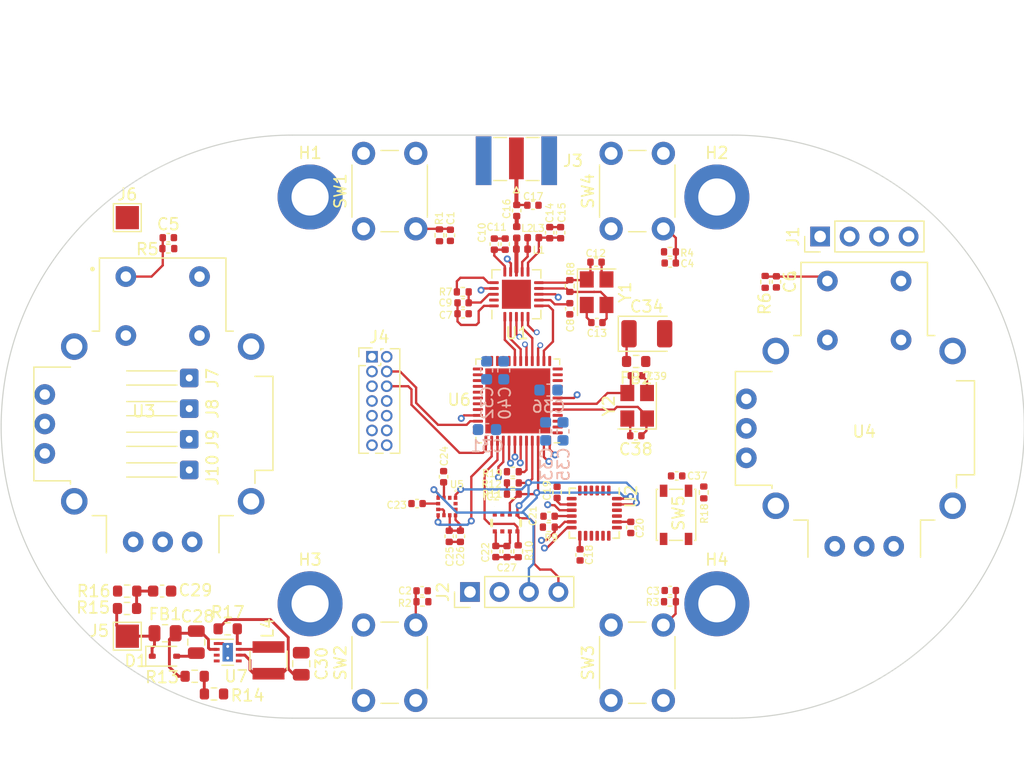
<source format=kicad_pcb>
(kicad_pcb (version 20221018) (generator pcbnew)
  (layers (0 "F.Cu" signal) (1 "In1.Cu" signal) (2 "In2.Cu" signal) (31 "B.Cu" signal) (34 "B.Paste" user) (35 "F.Paste" user) (36 "B.SilkS" user "B.Silkscreen") (37 "F.SilkS" user "F.Silkscreen") (38 "B.Mask" user) (39 "F.Mask" user) (44 "Edge.Cuts" user))
  (net 0 "")
  (net 1 "SW_1")
  (net 2 "SW_2")
  (net 3 "SW_3")
  (net 4 "SW_4")
  (net 5 "J_SW1")
  (net 6 "J_SW2")
  (net 7 "DPS_INT")
  (net 9 "Net-(U1-DVDD)")
  (net 14 "NRF_XC1")
  (net 15 "NRF_XC2")
  (net 16 "NRF_VDD_PA")
  (net 17 "Net-(C16-Pad1)")
  (net 18 "Net-(J3-In)")
  (net 19 "Net-(U2-CPOUT)")
  (net 20 "Net-(U2-REGOUT)")
  (net 21 "C1")
  (net 27 "NRF_ANT1")
  (net 30 "NRF_ANT2")
  (net 31 "Net-(U1-IREF)")
  (net 32 "X_1_AXIS")
  (net 37 "Y_1_AXIS")
  (net 38 "X_2_AXIS")
  (net 43 "Y_2_AXIS")
  (net 44 "FSYNC")
  (net 45 "NRF_CE")
  (net 46 "NRF_IRQ")
  (net 47 "AUX_DA")
  (net 48 "AUX_CL")
  (net 49 "MPU_INT")
  (net 50 "MPU_I2C_SCL")
  (net 51 "MPU_I2C_SDA")
  (net 53 "INT{slash}DRDY")
  (net 57 "Net-(U6-BOOT0)")
  (net 58 "Filter_V_IN")
  (net 59 "V_IN_Sense")
  (net 61 "V_IN")
  (net 62 "Net-(U7-SW)")
  (net 63 "EN")
  (net 64 "PG")
  (net 69 "STM_VDD")
  (net 70 "STM_VSS")
  (net 71 "VDDA")
  (net 72 "NRST")
  (net 73 "RCC_OSC_IN")
  (net 74 "RCC_OSC_OUT")
  (net 75 "USART2_TX")
  (net 76 "USART2_RX")
  (net 77 "Net-(U6-VCAP1)")
  (net 78 "SWDIO")
  (net 79 "SWCLK")
  (net 80 "USART1_RX")
  (net 81 "USART1_TX")
  (net 82 "Motor_1")
  (net 83 "Motor_2")
  (net 84 "Motor_3")
  (net 85 "Motor_4")
  (net 86 "NRF_!CS")
  (net 87 "NRF_SCK")
  (net 88 "NRF_MOSI")
  (net 89 "NRF_MISO")
  (footprint "TestPoint:TestPoint_Pad_2.0x2.0mm" (layer "F.Cu") (at 163.576 83.312)
    (fp_text reference "J6")
    (fp_text value "V-")
  )
  (footprint "Connector_Wire:SolderWire-0.1sqmm_1x01_D0.4mm_OD1mm_Relief" (layer "F.Cu") (at 168.91 97.1296 -90)
    (fp_text reference "J7")
    (fp_text value "Conn_01x01_Pin")
  )
  (footprint "MountingHole:MountingHole_3.2mm_M3_DIN965_Pad" (layer "F.Cu") (at 179.324 81.534)
    (fp_text reference "H1")
    (fp_text value "MountingHole")
  )
  (footprint "Capacitor_SMD:C_0402_1005Metric" (layer "F.Cu") (at 195.199 85.5954 90)
    (fp_text reference "C10")
    (fp_text value "10nf")
  )
  (footprint "Capacitor_SMD:C_0402_1005Metric" (layer "F.Cu") (at 192.5092 91.5924 180)
    (fp_text reference "C7")
    (fp_text value "33nf")
  )
  (footprint "Resistor_SMD:R_0402_1005Metric" (layer "F.Cu") (at 196.7972 106.172)
    (fp_text reference "R12")
    (fp_text value "4.7k")
  )
  (footprint "Capacitor_SMD:C_0402_1005Metric" (layer "F.Cu") (at 219.5068 88.8452 -90)
    (fp_text reference "C6")
    (fp_text value "0.1uf")
  )
  (footprint "Capacitor_SMD:C_0805_2012Metric" (layer "F.Cu") (at 169.5196 119.888 -90)
    (fp_text reference "C28")
    (fp_text value "10uf")
  )
  (footprint "Resistor_SMD:R_0402_1005Metric" (layer "F.Cu") (at 218.5416 88.8472 90)
    (fp_text reference "R6")
    (fp_text value "3.3k")
  )
  (footprint "Resistor_SMD:R_0402_1005Metric" (layer "F.Cu") (at 210.3354 116.4082)
    (fp_text reference "R3")
    (fp_text value "3.3k")
  )
  (footprint "Resistor_SMD:R_0402_1005Metric" (layer "F.Cu") (at 192.4812 89.7128)
    (fp_text reference "R7")
    (fp_text value "22k")
  )
  (footprint "Resistor_SMD:R_0402_1005Metric" (layer "F.Cu") (at 213.2502 106.9926 90)
    (fp_text reference "R18")
    (fp_text value "10k")
  )
  (footprint "Button_Switch_THT:SW_PUSH_6mm_H4.3mm" (layer "F.Cu") (at 183.932 124.916 90)
    (fp_text reference "SW2")
    (fp_text value "SW_Push")
  )
  (footprint "Connector_Wire:SolderWire-0.1sqmm_1x01_D0.4mm_OD1mm_Relief" (layer "F.Cu") (at 168.91 105.0544 -90)
    (fp_text reference "J10")
    (fp_text value "Conn_01x01_Pin")
  )
  (footprint "Connector_Wire:SolderWire-0.1sqmm_1x01_D0.4mm_OD1mm_Relief" (layer "F.Cu") (at 168.91 102.4128 -90)
    (fp_text reference "J9")
    (fp_text value "Conn_01x01_Pin")
  )
  (footprint "Capacitor_SMD:C_0402_1005Metric" (layer "F.Cu") (at 200.6092 106.9848 90)
    (fp_text reference "C19")
    (fp_text value "100nf")
  )
  (footprint "Capacitor_SMD:C_0402_1005Metric" (layer "F.Cu") (at 192.278 110.772 -90)
    (fp_text reference "C26")
    (fp_text value "100nf")
  )
  (footprint "Capacitor_SMD:C_0402_1005Metric" (layer "F.Cu") (at 195.326 112.0856 -90)
    (fp_text reference "C22")
    (fp_text value "100nf")
  )
  (footprint "MountingHole:MountingHole_3.2mm_M3_DIN965_Pad" (layer "F.Cu") (at 214.376 116.586)
    (fp_text reference "H4")
    (fp_text value "MountingHole")
  )
  (footprint "Connector_PinHeader_2.54mm:PinHeader_1x04_P2.54mm_Vertical" (layer "F.Cu") (at 193.1008 115.57 90)
    (fp_text reference "J2")
    (fp_text value "Conn_01x04")
  )
  (footprint "Capacitor_SMD:C_0402_1005Metric" (layer "F.Cu") (at 200.914 84.61 -90)
    (fp_text reference "C15")
    (fp_text value "4.7p")
  )
  (footprint "Capacitor_Tantalum_SMD:CP_EIA-3528-21_Kemet-B" (layer "F.Cu") (at 208.3427 93.3196)
    (fp_text reference "C34")
    (fp_text value "1uf")
  )
  (footprint "Capacitor_SMD:C_0402_1005Metric" (layer "F.Cu") (at 199.9742 84.6074 -90)
    (fp_text reference "C14")
    (fp_text value "2.2nf")
  )
  (footprint "Capacitor_SMD:C_0402_1005Metric" (layer "F.Cu") (at 188.976 115.4684)
    (fp_text reference "C2")
    (fp_text value "0.1uf")
  )
  (footprint "Resistor_SMD:R_0603_1608Metric" (layer "F.Cu") (at 171.0436 124.3584)
    (fp_text reference "R14")
    (fp_text value "12k")
  )
  (footprint "Capacitor_SMD:C_0402_1005Metric" (layer "F.Cu") (at 192.5092 90.6526 180)
    (fp_text reference "C9")
    (fp_text value "10nf")
  )
  (footprint "Capacitor_SMD:C_0402_1005Metric" (layer "F.Cu") (at 188.5416 107.9526 180)
    (fp_text reference "C23")
    (fp_text value "220nf")
  )
  (footprint "Capacitor_SMD:C_0402_1005Metric" (layer "F.Cu") (at 196.1388 85.5954 90)
    (fp_text reference "C11")
    (fp_text value "10nf")
  )
  (footprint "Resistor_SMD:R_0402_1005Metric" (layer "F.Cu") (at 190.4746 84.836 90)
    (fp_text reference "R1")
    (fp_text value "3.3k")
  )
  (footprint "Package_DFN_QFN:QFN-48-1EP_7x7mm_P0.5mm_EP5.6x5.6mm" (layer "F.Cu") (at 197.2225 99.104 180)
    (fp_text reference "U6")
    (fp_text value "STM32F411CEUx")
  )
  (footprint "Package_DFN_QFN:QFN-20-1EP_4x4mm_P0.5mm_EP2.5x2.5mm" (layer "F.Cu") (at 197.104 89.916 90)
    (fp_text reference "U1")
    (fp_text value "NRF24L01")
  )
  (footprint "Resistor_SMD:R_0402_1005Metric" (layer "F.Cu") (at 167.1086 85.979 180)
    (fp_text reference "R5")
    (fp_text value "3.3k")
  )
  (footprint "Capacitor_SMD:C_0402_1005Metric" (layer "F.Cu") (at 207.4444 96.9264)
    (fp_text reference "C39")
    (fp_text value "12pf")
  )
  (footprint "Capacitor_SMD:C_0402_1005Metric" (layer "F.Cu") (at 210.3628 115.443 180)
    (fp_text reference "C3")
    (fp_text value "0.1uf")
  )
  (footprint "Inductor_SMD:L_0402_1005Metric" (layer "F.Cu") (at 198.5518 85.0392 180)
    (fp_text reference "L3")
    (fp_text value "2.7nH")
  )
  (footprint "Capacitor_SMD:C_0402_1005Metric" (layer "F.Cu") (at 198.5264 82.2452 180)
    (fp_text reference "C17")
    (fp_text value "1p")
  )
  (footprint "Capacitor_SMD:C_0402_1005Metric" (layer "F.Cu") (at 191.4144 84.836 -90)
    (fp_text reference "C1")
    (fp_text value "0.1uf")
  )
  (footprint "Crystal:Crystal_SMD_3225-4Pin_3.2x2.5mm" (layer "F.Cu") (at 207.5114 99.525 90)
    (fp_text reference "Y2")
    (fp_text value "16MHz")
  )
  (footprint "Button_Switch_THT:SW_PUSH_6mm_H4.3mm" (layer "F.Cu") (at 205.268 84.276 90)
    (fp_text reference "SW4")
    (fp_text value "SW_Push")
  )
  (footprint "Footprint:DPS310XTSA1" (layer "F.Cu") (at 196.215 109.6244 180)
    (fp_text reference "IC2")
    (fp_text value "DPS310XTSA1" hide)
  )
  (footprint "Resistor_SMD:R_0402_1005Metric" (layer "F.Cu") (at 210.3354 86.2584)
    (fp_text reference "R4")
    (fp_text value "3.3k")
  )
  (footprint "Resistor_SMD:R_0805_2012Metric" (layer "F.Cu") (at 166.8291 119.126)
    (fp_text reference "FB1")
    (fp_text value "120R")
  )
  (footprint "Resistor_SMD:R_0402_1005Metric" (layer "F.Cu") (at 199.896 109.982 180)
    (fp_text reference "R9")
    (fp_text value "1k")
  )
  (footprint "Resistor_SMD:R_0402_1005Metric" (layer "F.Cu") (at 189.0034 116.4082 180)
    (fp_text reference "R2")
    (fp_text value "3.3k")
  )
  (footprint "Connector_PinHeader_1.27mm:PinHeader_2x07_P1.27mm_Vertical" (layer "F.Cu") (at 184.658 95.3008)
    (fp_text reference "J4")
    (fp_text value "Conn_ST_STDC14")
  )
  (footprint "Capacitor_SMD:C_0402_1005Metric" (layer "F.Cu") (at 190.8302 105.6386 90)
    (fp_text reference "C24")
    (fp_text value "10uf")
  )
  (footprint "Resistor_SMD:R_0603_1608Metric" (layer "F.Cu") (at 163.5506 116.9924)
    (fp_text reference "R15")
    (fp_text value "4.7k")
  )
  (footprint "Package_SON:WSON-8-1EP_2x2mm_P0.5mm_EP0.9x1.6mm_ThermalVias" (layer "F.Cu") (at 172.2272 120.7636)
    (fp_text reference "U7")
    (fp_text value "TPS62162DSG")
  )
  (footprint "Capacitor_SMD:C_0402_1005Metric" (layer "F.Cu") (at 204.0408 92.3544 180)
    (fp_text reference "C13")
    (fp_text value "12pf")
  )
  (footprint "Capacitor_SMD:C_0603_1608Metric" (layer "F.Cu") (at 166.5732 115.4938)
    (fp_text reference "C29")
    (fp_text value "10nf")
  )
  (footprint "Resistor_SMD:R_0603_1608Metric" (layer "F.Cu") (at 207.4216 95.7072 180)
    (fp_text reference "FB2")
    (fp_text value "600R@100MHz")
  )
  (footprint "Button_Switch_SMD:SW_SPST_PTS810" (layer "F.Cu") (at 210.8626 108.923 90)
    (fp_text reference "SW5")
    (fp_text value "SW_Push")
  )
  (footprint "Capacitor_SMD:C_0402_1005Metric" (layer "F.Cu") (at 191.3128 110.772 -90)
    (fp_text reference "C25")
    (fp_text value "100nf")
  )
  (footprint "Diode_SMD:D_SOD-323" (layer "F.Cu") (at 166.7764 121.1072)
    (fp_text reference "D1")
    (fp_text value "SD24_SOD323")
  )
  (footprint "Sensor_Motion:InvenSense_QFN-24_4x4mm_P0.5mm" (layer "F.Cu") (at 203.8154 108.7774 -90)
    (fp_text reference "U2")
    (fp_text value "MPU-6050")
  )
  (footprint "Capacitor_SMD:C_0402_1005Metric" (layer "F.Cu") (at 199.9194 109.0422 180)
    (fp_text reference "C21")
    (fp_text value "100nf")
  )
  (footprint "Capacitor_SMD:C_0402_1005Metric" (layer "F.Cu") (at 197.1294 82.6998 90)
    (fp_text reference "C16")
    (fp_text value "1p5")
  )
  (footprint "Footprint:IIS2MDCTR" (layer "F.Cu") (at 191.1096 108.2066 -90)
    (fp_text reference "U5")
    (fp_text value "IIS2MDCTR" hide)
  )
  (footprint "MountingHole:MountingHole_3.2mm_M3_DIN965_Pad" (layer "F.Cu") (at 214.376 81.534)
    (fp_text reference "H2")
    (fp_text value "MountingHole")
  )
  (footprint "Crystal:Crystal_SMD_3225-4Pin_3.2x2.5mm" (layer "F.Cu") (at 204.0154 89.7382 -90)
    (fp_text reference "Y1")
    (fp_text value "16MHz")
  )
  (footprint "Capacitor_SMD:C_0402_1005Metric" (layer "F.Cu") (at 210.9134 105.5702 180)
    (fp_text reference "C37")
    (fp_text value "100nf")
  )
  (footprint "Capacitor_SMD:C_0402_1005Metric" (layer "F.Cu") (at 210.3602 87.2236 180)
    (fp_text reference "C4")
    (fp_text value "0.1uf")
  )
  (footprint "Capacitor_SMD:C_0402_1005Metric" (layer "F.Cu") (at 202.5904 112.3722 -90)
    (fp_text reference "C18")
    (fp_text value "10nf")
  )
  (footprint "Capacitor_SMD:C_0402_1005Metric" (layer "F.Cu") (at 207.3936 102.108 180)
    (fp_text reference "C38")
    (fp_text value "12pf")
  )
  (footprint "Capacitor_SMD:C_0402_1005Metric" (layer "F.Cu") (at 206.9592 110.01 -90)
    (fp_text reference "C20")
    (fp_text value "2.2nf")
  )
  (footprint "Capacitor_SMD:C_0402_1005Metric" (layer "F.Cu") (at 203.9646 87.1474)
    (fp_text reference "C12")
    (fp_text value "12pf")
  )
  (footprint "Inductor_SMD:L_Abracon_ASPI-3012S" (layer "F.Cu") (at 175.7426 121.4628 -90)
    (fp_text reference "L4")
    (fp_text value "VLS252010HBX-2R2M-1")
  )
  (footprint "Resistor_SMD:R_0603_1608Metric" (layer "F.Cu") (at 172.2252 118.745)
    (fp_text reference "R17")
    (fp_text value "100k")
  )
  (footprint "MountingHole:MountingHole_3.2mm_M3_DIN965_Pad" (layer "F.Cu") (at 179.324 116.586)
    (fp_text reference "H3")
    (fp_text value "MountingHole")
  )
  (footprint "Inductor_SMD:L_0402_1005Metric" (layer "F.Cu") (at 197.1294 84.5796 90)
    (fp_text reference "L2")
    (fp_text value "3.9nH")
  )
  (footprint "Connector_Coaxial:SMA_Samtec_SMA-J-P-X-ST-EM1_EdgeMount" (layer "F.Cu") (at 197.104 78.4066 180)
    (fp_text reference "J3")
    (fp_text value "Conn_Coaxial")
  )
  (footprint "Footprint:XDCR_COM-09032" (layer "F.Cu") (at 166.624 101.092)
    (fp_text reference "U3")
    (fp_text value "COM-09032")
  )
  (footprint "Capacitor_SMD:C_0805_2012Metric" (layer "F.Cu") (at 178.562 121.7524 90)
    (fp_text reference "C30")
    (fp_text value "22uf")
  )
  (footprint "Capacitor_SMD:C_0402_1005Metric" (layer "F.Cu") (at 167.1092 85.0392)
    (fp_text reference "C5")
    (fp_text value "0.1uf")
  )
  (footprint "Capacitor_SMD:C_0402_1005Metric" (layer "F.Cu") (at 196.2912 112.0882 -90)
    (fp_text reference "C27")
    (fp_text value "100nf")
  )
  (footprint "Button_Switch_THT:SW_PUSH_6mm_H4.3mm" (layer "F.Cu") (at 205.268 124.916 90)
    (fp_text reference "SW3")
    (fp_text value "SW_Push")
  )
  (footprint "TestPoint:TestPoint_Pad_2.0x2.0mm" (layer "F.Cu") (at 163.576 119.38)
    (fp_text reference "J5")
    (fp_text value "V+")
  )
  (footprint "Connector_Wire:SolderWire-0.1sqmm_1x01_D0.4mm_OD1mm_Relief" (layer "F.Cu") (at 168.91 99.7712 -90)
    (fp_text reference "J8")
    (fp_text value "Conn_01x01_Pin")
  )
  (footprint "Resistor_SMD:R_0402_1005Metric" (layer "F.Cu") (at 197.2564 112.0648 90)
    (fp_text reference "R10")
    (fp_text value "51k")
  )
  (footprint "Resistor_SMD:R_0603_1608Metric" (layer "F.Cu") (at 169.3804 122.8344)
    (fp_text reference "R13")
    (fp_text value "110k")
  )
  (footprint "Resistor_SMD:R_0603_1608Metric" (layer "F.Cu") (at 163.5628 115.4938 180)
    (fp_text reference "R16")
    (fp_text value "1.2k")
  )
  (footprint "Resistor_SMD:R_0402_1005Metric" (layer "F.Cu") (at 201.704 89.2048 -90)
    (fp_text reference "R8")
    (fp_text value "1M")
  )
  (footprint "Footprint:XDCR_COM-09032" (layer "F.Cu") (at 227.076 101.473)
    (fp_text reference "U4")
    (fp_text value "COM-09032")
  )
  (footprint "Resistor_SMD:R_0402_1005Metric" (layer "F.Cu") (at 196.7972 105.2068)
    (fp_text reference "R19")
    (fp_text value "10k")
  )
  (footprint "Button_Switch_THT:SW_PUSH_6mm_H4.3mm" (layer "F.Cu") (at 183.932 84.276 90)
    (fp_text reference "SW1")
    (fp_text value "SW_Push")
  )
  (footprint "Inductor_SMD:L_0402_1005Metric" (layer "F.Cu") (at 197.5866 86.0298)
    (fp_text reference "L1")
    (fp_text value "8.2nH")
  )
  (footprint "Capacitor_SMD:C_0402_1005Metric" (layer "F.Cu") (at 201.704 91.1632 -90)
    (fp_text reference "C8")
    (fp_text value "10uf")
  )
  (footprint "Connector_PinHeader_2.54mm:PinHeader_1x04_P2.54mm_Vertical" (layer "F.Cu") (at 223.276 84.9376 90)
    (fp_text reference "J1")
    (fp_text value "Conn_01x04")
  )
  (footprint "Resistor_SMD:R_0402_1005Metric" (layer "F.Cu") (at 196.7972 107.1372)
    (fp_text reference "R11")
    (fp_text value "4.7k")
  )
  (footprint "Capacitor_SMD:C_0603_1608Metric" (layer "B.Cu") (at 194.5386 96.4692 -90)
    (fp_text reference "C32")
    (fp_text value "100nf")
  )
  (footprint "Capacitor_SMD:C_0603_1608Metric" (layer "B.Cu") (at 199.8726 98.171)
    (fp_text reference "C36")
    (fp_text value "10nf")
  )
  (footprint "Capacitor_SMD:C_0603_1608Metric" (layer "B.Cu") (at 194.5764 101.5746)
    (fp_text reference "C31")
    (fp_text value "100nf")
  )
  (footprint "Capacitor_SMD:C_0603_1608Metric" (layer "B.Cu") (at 199.6186 101.727 90)
    (fp_text reference "C33")
    (fp_text value "100nf")
  )
  (footprint "Capacitor_SMD:C_0603_1608Metric" (layer "B.Cu") (at 201.1172 101.727 90)
    (fp_text reference "C35")
    (fp_text value "4.7uf")
  )
  (footprint "Capacitor_SMD:C_0603_1608Metric" (layer "B.Cu") (at 196.0118 96.4692 -90)
    (fp_text reference "C40")
    (fp_text value "4.7uf")
  )
  (gr_line (start 177.7746 76.199949) (end 215.6968 76.199949) (stroke (width 0.1)) (layer "Edge.Cuts"))
  (gr_line (start 177.7746 126.441251) (end 215.696749 126.441251) (stroke (width 0.1)) (layer "Edge.Cuts"))
  (gr_arc (start 177.7746 126.441251) (mid 152.653949 101.3206) (end 177.7746 76.199949) (stroke (width 0.1)) (layer "Edge.Cuts"))
  (gr_arc (start 215.696749 76.199949) (mid 240.8174 101.3206) (end 215.696749 126.441251) (stroke (width 0.1)) (layer "Edge.Cuts"))
  (segment (start 191.3344 84.276) (end 191.4144 84.356) (width 0.2) (layer "F.Cu") (net 1))
  (segment (start 188.432 84.276) (end 191.3344 84.276) (width 0.2) (layer "F.Cu") (net 1))
  (segment (start 188.432 115.5324) (end 188.496 115.4684) (width 0.2) (layer "F.Cu") (net 2))
  (segment (start 192.5842 100.354) (end 192.3288 100.6094) (width 0.2) (layer "F.Cu") (net 2))
  (segment (start 188.432 118.416) (end 188.432 115.5324) (width 0.2) (layer "F.Cu") (net 2))
  (segment (start 193.785 100.354) (end 192.5842 100.354) (width 0.2) (layer "F.Cu") (net 2))
  (via (at 192.3542 100.6094) (size 0.6) (drill 0.3) (layers "F.Cu" "B.Cu") (net 2))
  (segment (start 210.82 115.4658) (end 210.8428 115.443) (width 0.2) (layer "F.Cu") (net 3))
  (segment (start 209.8536 118.416) (end 210.82 117.4496) (width 0.2) (layer "F.Cu") (net 3))
  (segment (start 210.82 117.4496) (end 210.82 115.4658) (width 0.2) (layer "F.Cu") (net 3))
  (segment (start 209.768 118.416) (end 209.8536 118.416) (width 0.2) (layer "F.Cu") (net 3))
  (segment (start 210.0568 84.276) (end 210.8402 85.0594) (width 0.2) (layer "F.Cu") (net 4))
  (segment (start 210.8402 85.0594) (end 210.8402 87.2236) (width 0.2) (layer "F.Cu") (net 4))
  (segment (start 209.768 84.276) (end 210.0568 84.276) (width 0.2) (layer "F.Cu") (net 4))
  (segment (start 166.6292 87.4216) (end 166.6292 85.0392) (width 0.2) (layer "F.Cu") (net 5))
  (segment (start 165.6588 88.392) (end 166.6292 87.4216) (width 0.2) (layer "F.Cu") (net 5))
  (segment (start 163.449 88.392) (end 165.6588 88.392) (width 0.2) (layer "F.Cu") (net 5))
  (segment (start 223.52 88.392) (end 218.5964 88.392) (width 0.2) (layer "F.Cu") (net 6))
  (segment (start 218.5964 88.392) (end 218.5416 88.3372) (width 0.2) (layer "F.Cu") (net 6))
  (segment (start 223.901 88.773) (end 223.52 88.392) (width 0.2) (layer "F.Cu") (net 6))
  (segment (start 197.19 109.9744) (end 197.19 110.3494) (width 0.2) (layer "F.Cu") (net 7))
  (segment (start 194.7926 109.7026) (end 196.9182 109.7026) (width 0.2) (layer "F.Cu") (net 7))
  (segment (start 195.4725 102.5415) (end 195.4725 104.1967) (width 0.2) (layer "F.Cu") (net 7))
  (segment (start 197.2564 110.4158) (end 197.19 110.3494) (width 0.2) (layer "F.Cu") (net 7))
  (segment (start 194.3608 105.3084) (end 194.3608 109.2708) (width 0.2) (layer "F.Cu") (net 7))
  (segment (start 194.3608 109.2708) (end 194.7926 109.7026) (width 0.2) (layer "F.Cu") (net 7))
  (segment (start 195.4725 104.1967) (end 194.3608 105.3084) (width 0.2) (layer "F.Cu") (net 7))
  (segment (start 196.9182 109.7026) (end 197.19 109.9744) (width 0.2) (layer "F.Cu") (net 7))
  (segment (start 197.2564 111.6036) (end 197.2564 110.4158) (width 0.2) (layer "F.Cu") (net 7))
  (segment (start 201.704 88.6948) (end 203.1088 88.6948) (width 0.2) (layer "F.Cu") (net 14))
  (segment (start 203.4846 88.319) (end 203.1654 88.6382) (width 0.2) (layer "F.Cu") (net 14))
  (segment (start 201.4828 88.916) (end 201.704 88.6948) (width 0.2) (layer "F.Cu") (net 14))
  (segment (start 199.0415 88.916) (end 201.4828 88.916) (width 0.2) (layer "F.Cu") (net 14))
  (segment (start 203.4846 87.1474) (end 203.4846 88.319) (width 0.2) (layer "F.Cu") (net 14))
  (segment (start 203.1088 88.6948) (end 203.1654 88.6382) (width 0.2) (layer "F.Cu") (net 14))
  (segment (start 201.4052 89.416) (end 201.704 89.7148) (width 0.2) (layer "F.Cu") (net 15))
  (segment (start 204.5208 92.3544) (end 204.8764 91.9988) (width 0.2) (layer "F.Cu") (net 15))
  (segment (start 204.8764 91.9988) (end 204.8764 90.8492) (width 0.2) (layer "F.Cu") (net 15))
  (segment (start 201.704 89.7148) (end 203.8076 89.7148) (width 0.2) (layer "F.Cu") (net 15))
  (segment (start 204.8764 90.8492) (end 204.8654 90.8382) (width 0.2) (layer "F.Cu") (net 15))
  (segment (start 203.8096 89.7128) (end 204.3684 89.7128) (width 0.2) (layer "F.Cu") (net 15))
  (segment (start 199.0415 89.416) (end 201.4052 89.416) (width 0.2) (layer "F.Cu") (net 15))
  (segment (start 204.8654 90.2098) (end 204.8654 90.8382) (width 0.2) (layer "F.Cu") (net 15))
  (segment (start 204.3684 89.7128) (end 204.8654 90.2098) (width 0.2) (layer "F.Cu") (net 15))
  (segment (start 203.8076 89.7148) (end 203.8096 89.7128) (width 0.2) (layer "F.Cu") (net 15))
  (segment (start 200.9114 85.0874) (end 200.914 85.09) (width 0.35) (layer "F.Cu") (net 16))
  (segment (start 199.0368 85.0392) (end 200.8632 85.0392) (width 0.2) (layer "F.Cu") (net 16))
  (segment (start 199.0368 86.262885) (end 198.104 87.195685) (width 0.2) (layer "F.Cu") (net 16))
  (segment (start 199.926 85.0392) (end 199.9742 85.0874) (width 0.35) (layer "F.Cu") (net 16))
  (segment (start 200.8632 85.0392) (end 200.914 85.09) (width 0.2) (layer "F.Cu") (net 16))
  (segment (start 198.104 87.195685) (end 198.104 87.9785) (width 0.2) (layer "F.Cu") (net 16))
  (segment (start 199.0368 85.0392) (end 199.0368 86.262885) (width 0.2) (layer "F.Cu") (net 16))
  (segment (start 197.1294 84.0946) (end 197.1294 83.1798) (width 0.35) (layer "F.Cu") (net 17))
  (segment (start 198.021 82.2198) (end 198.0464 82.2452) (width 0.2) (layer "F.Cu") (net 18))
  (segment (start 197.1294 82.2198) (end 198.021 82.2198) (width 0.2) (layer "F.Cu") (net 18))
  (segment (start 197.1294 82.2198) (end 197.104 82.1944) (width 0.35) (layer "F.Cu") (net 18))
  (segment (start 197.104 82.1944) (end 197.104 78.2066) (width 0.35) (layer "F.Cu") (net 18))
  (segment (start 205.7654 109.5274) (end 206.9566 109.5274) (width 0.2) (layer "F.Cu") (net 19))
  (segment (start 206.9566 109.5274) (end 206.9592 109.53) (width 0.2) (layer "F.Cu") (net 19))
  (segment (start 200.4142 109.0274) (end 200.3994 109.0422) (width 0.2) (layer "F.Cu") (net 20))
  (segment (start 201.8654 109.0274) (end 200.4142 109.0274) (width 0.2) (layer "F.Cu") (net 20))
  (segment (start 190.3556 107.9526) (end 190.3596 107.9566) (width 0.2) (layer "F.Cu") (net 21))
  (segment (start 189.0216 107.9526) (end 190.3556 107.9526) (width 0.2) (layer "F.Cu") (net 21))
  (segment (start 198.0668 86.025) (end 198.0716 86.0298) (width 0.35) (layer "F.Cu") (net 27))
  (segment (start 198.0716 86.6624) (end 198.0716 86.0298) (width 0.2) (layer "F.Cu") (net 27))
  (segment (start 197.604 87.9785) (end 197.604 87.13) (width 0.2) (layer "F.Cu") (net 27))
  (segment (start 197.604 87.13) (end 198.0716 86.6624) (width 0.2) (layer "F.Cu") (net 27))
  (segment (start 197.985 86.1164) (end 198.0716 86.0298) (width 0.2) (layer "F.Cu") (net 27))
  (segment (start 198.0716 85.044) (end 198.0668 85.0392) (width 0.2) (layer "F.Cu") (net 27))
  (segment (start 198.0716 86.0298) (end 198.0716 85.044) (width 0.2) (layer "F.Cu") (net 27))
  (segment (start 197.104 86.0322) (end 197.1016 86.0298) (width 0.35) (layer "F.Cu") (net 30))
  (segment (start 197.1016 85.0924) (end 197.1294 85.0646) (width 0.35) (layer "F.Cu") (net 30))
  (segment (start 197.1016 86.0298) (end 197.1016 85.0924) (width 0.35) (layer "F.Cu") (net 30))
  (segment (start 197.104 87.9785) (end 197.104 86.0322) (width 0.35) (layer "F.Cu") (net 30))
  (segment (start 191.9732 89.7108) (end 191.9712 89.7128) (width 0.2) (layer "F.Cu") (net 31))
  (segment (start 195.1665 88.916) (end 194.6816 88.916) (width 0.2) (layer "F.Cu") (net 31))
  (segment (start 194.2592 88.4936) (end 192.278 88.4936) (width 0.2) (layer "F.Cu") (net 31))
  (segment (start 191.9732 88.7984) (end 191.9732 89.7108) (width 0.2) (layer "F.Cu") (net 31))
  (segment (start 192.278 88.4936) (end 191.9732 88.7984) (width 0.2) (layer "F.Cu") (net 31))
  (segment (start 194.6816 88.916) (end 194.2592 88.4936) (width 0.2) (layer "F.Cu") (net 31))
  (segment (start 196.4725 104.2959) (end 196.6214 104.4448) (width 0.2) (layer "F.Cu") (net 44))
  (segment (start 199.6948 111.0996) (end 199.2884 111.0996) (width 0.2) (layer "F.Cu") (net 44))
  (segment (start 200.8124 109.982) (end 200.406 109.982) (width 0.2) (layer "F.Cu") (net 44))
  (segment (start 196.4725 102.5415) (end 196.4725 104.2959) (width 0.2) (layer "F.Cu") (net 44))
  (segment (start 200.406 110.3884) (end 199.6948 111.0996) (width 0.2) (layer "F.Cu") (net 44))
  (segment (start 201.8654 109.5274) (end 201.267 109.5274) (width 0.2) (layer "F.Cu") (net 44))
  (segment (start 201.267 109.5274) (end 200.8124 109.982) (width 0.2) (layer "F.Cu") (net 44))
  (segment (start 200.406 109.982) (end 200.406 110.3884) (width 0.2) (layer "F.Cu") (net 44))
  (via (at 196.596 104.4702) (size 0.6) (drill 0.3) (layers "F.Cu" "B.Cu") (net 44))
  (via (at 199.263 111.125) (size 0.6) (drill 0.3) (layers "F.Cu" "B.Cu") (net 44))
  (segment (start 196.104 93.8436) (end 196.9725 94.7121) (width 0.2) (layer "F.Cu") (net 45))
  (segment (start 196.9725 94.7121) (end 196.9725 95.6665) (width 0.2) (layer "F.Cu") (net 45))
  (segment (start 196.104 91.8535) (end 196.104 93.8436) (width 0.2) (layer "F.Cu") (net 45))
  (segment (start 199.0509 90.9066) (end 199.0415 90.916) (width 0.2) (layer "F.Cu") (net 46))
  (segment (start 200.2536 91.2876) (end 199.8726 90.9066) (width 0.2) (layer "F.Cu") (net 46))
  (segment (start 199.8726 90.9066) (end 199.0509 90.9066) (width 0.2) (layer "F.Cu") (net 46))
  (segment (start 199.4725 94.776918) (end 200.2536 93.995818) (width 0.2) (layer "F.Cu") (net 46))
  (segment (start 200.2536 93.995818) (end 200.2536 91.2876) (width 0.2) (layer "F.Cu") (net 46))
  (segment (start 199.4725 95.6665) (end 199.4725 94.776918) (width 0.2) (layer "F.Cu") (net 46))
  (segment (start 195.9725 104.363985) (end 195.5546 104.781885) (width 0.2) (layer "F.Cu") (net 49))
  (segment (start 201.4782 110.0274) (end 199.771 111.7346) (width 0.2) (layer "F.Cu") (net 49))
  (segment (start 199.771 111.7346) (end 199.5678 111.7346) (width 0.2) (layer "F.Cu") (net 49))
  (segment (start 195.5546 104.781885) (end 195.5546 105.6894) (width 0.2) (layer "F.Cu") (net 49))
  (segment (start 201.8654 110.0274) (end 201.4782 110.0274) (width 0.2) (layer "F.Cu") (net 49))
  (segment (start 195.9725 102.5415) (end 195.9725 104.363985) (width 0.2) (layer "F.Cu") (net 49))
  (via (at 199.517 111.7854) (size 0.6) (drill 0.3) (layers "F.Cu" "B.Cu") (net 49))
  (via (at 195.5546 105.6894) (size 0.6) (drill 0.3) (layers "F.Cu" "B.Cu") (net 49))
  (segment (start 198.4725 105.8195) (end 198.4725 102.5415) (width 0.2) (layer "F.Cu") (net 50))
  (segment (start 197.19 109.0012) (end 197.4088 109.22) (width 0.2) (layer "F.Cu") (net 50))
  (segment (start 200.0758 113.6396) (end 200.7208 114.2846) (width 0.2) (layer "F.Cu") (net 50))
  (segment (start 198.2216 109.22) (end 198.628 109.6264) (width 0.2) (layer "F.Cu") (net 50))
  (segment (start 198.628 113.1316) (end 199.136 113.6396) (width 0.2) (layer "F.Cu") (net 50))
  (segment (start 205.7654 108.0274) (end 207.2882 108.0274) (width 0.2) (layer "F.Cu") (net 50))
  (segment (start 197.19 108.8994) (end 197.19 109.0012) (width 0.2) (layer "F.Cu") (net 50))
  (segment (start 197.19 108.2704) (end 197.3326 108.1278) (width 0.2) (layer "F.Cu") (net 50))
  (segment (start 197.4088 109.22) (end 198.2216 109.22) (width 0.2) (layer "F.Cu") (net 50))
  (segment (start 197.19 108.8994) (end 197.19 108.2704) (width 0.2) (layer "F.Cu") (net 50))
  (segment (start 198.12 106.172) (end 198.4725 105.8195) (width 0.2) (layer "F.Cu") (net 50))
  (segment (start 200.7208 114.2846) (end 200.7208 115.57) (width 0.2) (layer "F.Cu") (net 50))
  (segment (start 207.2882 108.0274) (end 207.4672 107.8484) (width 0.2) (layer "F.Cu") (net 50))
  (segment (start 198.628 109.6264) (end 198.628 113.1316) (width 0.2) (layer "F.Cu") (net 50))
  (segment (start 199.136 113.6396) (end 200.0758 113.6396) (width 0.2) (layer "F.Cu") (net 50))
  (segment (start 191.8596 107.4566) (end 191.8596 107.2) (width 0.2) (layer "F.Cu") (net 50))
  (segment (start 197.3072 106.172) (end 198.12 106.172) (width 0.2) (layer "F.Cu") (net 50))
  (segment (start 191.8596 107.2) (end 192.3034 106.7562) (width 0.2) (layer "F.Cu") (net 50))
  (via (at 197.3326 108.1278) (size 0.6) (drill 0.3) (layers "F.Cu" "B.Cu") (net 50))
  (via (at 192.3034 106.7308) (size 0.6) (drill 0.3) (layers "F.Cu" "B.Cu") (net 50))
  (via (at 198.1454 106.1466) (size 0.6) (drill 0.3) (layers "F.Cu" "B.Cu") (net 50))
  (via (at 207.4418 107.8738) (size 0.6) (drill 0.3) (layers "F.Cu" "B.Cu") (net 50))
  (segment (start 207.5338 107.091871) (end 207.5338 107.7818) (width 0.2) (layer "B.Cu") (net 50))
  (segment (start 197.5612 106.7308) (end 192.3034 106.7308) (width 0.2) (layer "B.Cu") (net 50))
  (segment (start 198.1454 106.1466) (end 206.588529 106.1466) (width 0.2) (layer "B.Cu") (net 50))
  (segment (start 198.1454 106.1466) (end 198.1454 107.2896) (width 0.2) (layer "B.Cu") (net 50))
  (segment (start 207.5338 107.7818) (end 207.4418 107.8738) (width 0.2) (layer "B.Cu") (net 50))
  (segment (start 198.1454 106.1466) (end 197.5612 106.7308) (width 0.2) (layer "B.Cu") (net 50))
  (segment (start 198.1454 107.2896) (end 197.3072 108.1278) (width 0.2) (layer "B.Cu") (net 50))
  (segment (start 206.588529 106.1466) (end 207.5338 107.091871) (width 0.2) (layer "B.Cu") (net 50))
  (segment (start 190.3596 107.4566) (end 190.3596 107.0984) (width 0.2) (layer "F.Cu") (net 51))
  (segment (start 197.3072 107.1372) (end 198.7296 107.1372) (width 0.2) (layer "F.Cu") (net 51))
  (segment (start 198.7296 107.1372) (end 198.9725 106.8943) (width 0.2) (layer "F.Cu") (net 51))
  (segment (start 196.54 107.9044) (end 196.54 108.8994) (width 0.2) (layer "F.Cu") (net 51))
  (segment (start 198.9725 106.8943) (end 198.9725 102.5415) (width 0.2) (layer "F.Cu") (net 51))
  (segment (start 197.3072 107.1372) (end 196.54 107.9044) (width 0.2) (layer "F.Cu") (net 51))
  (segment (start 190.3596 107.0984) (end 190.0428 106.7816) (width 0.2) (layer "F.Cu") (net 51))
  (segment (start 205.7654 107.5274) (end 206.7468 107.5274) (width 0.2) (layer "F.Cu") (net 51))
  (segment (start 206.7468 107.5274) (end 206.9084 107.3658) (width 0.2) (layer "F.Cu") (net 51))
  (via (at 198.8566 107.0102) (size 0.6) (drill 0.3) (layers "F.Cu" "B.Cu") (net 51))
  (via (at 189.992 106.7562) (size 0.6) (drill 0.3) (layers "F.Cu" "B.Cu") (net 51))
  (via (at 206.9338 107.3404) (size 0.6) (drill 0.3) (layers "F.Cu" "B.Cu") (net 51))
  (segment (start 206.3592 107.3404) (end 206.9338 107.3404) (width 0.2) (layer "B.Cu") (net 51))
  (segment (start 197.581129 108.7278) (end 197.704 108.7278) (width 0.2) (layer "B.Cu") (net 51))
  (segment (start 198.5772 113.1316) (end 198.1808 113.528) (width 0.2) (layer "B.Cu") (net 51))
  (segment (start 198.1808 113.528) (end 198.1808 115.57) (width 0.2) (layer "B.Cu") (net 51))
  (segment (start 198.8566 107.452329) (end 197.581129 108.7278) (width 0.2) (layer "B.Cu") (net 51))
  (segment (start 198.5772 109.601) (end 198.5772 113.1316) (width 0.2) (layer "B.Cu") (net 51))
  (segment (start 198.8566 107.0102) (end 198.8566 107.452329) (width 0.2) (layer "B.Cu") (net 51))
  (segment (start 198.8566 107.0102) (end 206.029 107.0102) (width 0.2) (layer "B.Cu") (net 51))
  (segment (start 197.581129 108.7278) (end 191.9636 108.7278) (width 0.2) (layer "B.Cu") (net 51))
  (segment (start 197.704 108.7278) (end 198.5772 109.601) (width 0.2) (layer "B.Cu") (net 51))
  (segment (start 191.9636 108.7278) (end 189.992 106.7562) (width 0.2) (layer "B.Cu") (net 51))
  (segment (start 206.029 107.0102) (end 206.3592 107.3404) (width 0.2) (layer "B.Cu") (net 51))
  (segment (start 190.3596 109.5382) (end 190.3476 109.5502) (width 0.2) (layer "F.Cu") (net 53))
  (segment (start 193.2178 105.6386) (end 193.2178 109.4486) (width 0.2) (layer "F.Cu") (net 53))
  (segment (start 194.9725 103.8839) (end 193.2178 105.6386) (width 0.2) (layer "F.Cu") (net 53))
  (segment (start 190.3596 108.9566) (end 190.3596 109.5382) (width 0.2) (layer "F.Cu") (net 53))
  (segment (start 194.9725 102.5415) (end 194.9725 103.8839) (width 0.2) (layer "F.Cu") (net 53))
  (via (at 190.3476 109.5502) (size 0.6) (drill 0.3) (layers "F.Cu" "B.Cu") (net 53))
  (via (at 193.2178 109.4486) (size 0.6) (drill 0.3) (layers "F.Cu" "B.Cu") (net 53))
  (segment (start 190.3476 109.6772) (end 190.3476 109.5756) (width 0.2) (layer "B.Cu") (net 53))
  (segment (start 190.4492 109.7788) (end 190.3476 109.6772) (width 0.2) (layer "B.Cu") (net 53))
  (segment (start 192.8876 109.7788) (end 190.4492 109.7788) (width 0.2) (layer "B.Cu") (net 53))
  (segment (start 193.2178 109.4486) (end 192.8876 109.7788) (width 0.2) (layer "B.Cu") (net 53))
  (segment (start 197.9725 105.0495) (end 197.7898 105.2322) (width 0.2) (layer "F.Cu") (net 57))
  (segment (start 197.3326 105.2322) (end 197.3072 105.2068) (width 0.2) (layer "F.Cu") (net 57))
  (segment (start 197.9725 102.5415) (end 197.9725 105.0495) (width 0.2) (layer "F.Cu") (net 57))
  (segment (start 197.7898 105.2322) (end 197.3326 105.2322) (width 0.2) (layer "F.Cu") (net 57))
  (segment (start 170.5696 120.396) (end 170.6872 120.5136) (width 0.25) (layer "F.Cu") (net 58))
  (segment (start 170.6872 120.5136) (end 171.2772 120.5136) (width 0.25) (layer "F.Cu") (net 58))
  (segment (start 167.7416 119.126) (end 169.3316 119.126) (width 0.25) (layer "F.Cu") (net 58))
  (segment (start 170.5696 119.668) (end 170.5696 120.396) (width 0.25) (layer "F.Cu") (net 58))
  (segment (start 169.3316 119.126) (end 169.5196 118.938) (width 0.25) (layer "F.Cu") (net 58))
  (segment (start 167.9956 122.8344) (end 168.5554 122.8344) (width 0.25) (layer "F.Cu") (net 58))
  (segment (start 169.8396 118.938) (end 170.5696 119.668) (width 0.25) (layer "F.Cu") (net 58))
  (segment (start 167.2014 119.6662) (end 167.2014 122.0402) (width 0.25) (layer "F.Cu") (net 58))
  (segment (start 167.7416 119.126) (end 167.2014 119.6662) (width 0.25) (layer "F.Cu") (net 58))
  (segment (start 167.2014 122.0402) (end 167.9956 122.8344) (width 0.25) (layer "F.Cu") (net 58))
  (segment (start 169.5196 118.938) (end 169.8396 118.938) (width 0.25) (layer "F.Cu") (net 58))
  (segment (start 164.3878 115.4938) (end 165.7982 115.4938) (width 0.25) (layer "F.Cu") (net 59))
  (segment (start 164.3756 116.9924) (end 164.3756 115.506) (width 0.25) (layer "F.Cu") (net 59))
  (segment (start 164.3756 115.506) (end 164.3878 115.4938) (width 0.25) (layer "F.Cu") (net 59))
  (segment (start 162.6616 118.4656) (end 162.6616 117.0564) (width 0.25) (layer "F.Cu") (net 61))
  (segment (start 165.6626 119.38) (end 165.9166 119.126) (width 0.25) (layer "F.Cu") (net 61))
  (segment (start 163.576 119.38) (end 165.6626 119.38) (width 0.25) (layer "F.Cu") (net 61))
  (segment (start 162.6616 117.0564) (end 162.7256 116.9924) (width 0.25) (layer "F.Cu") (net 61))
  (segment (start 165.7096 121.0904) (end 165.7264 121.1072) (width 0.25) (layer "F.Cu") (net 61))
  (segment (start 165.7096 120.396) (end 165.7096 121.0904) (width 0.25) (layer "F.Cu") (net 61))
  (segment (start 165.9166 119.126) (end 165.9166 120.189) (width 0.25) (layer "F.Cu") (net 61))
  (segment (start 163.576 119.38) (end 162.6616 118.4656) (width 0.25) (layer "F.Cu") (net 61))
  (segment (start 165.9166 120.189) (end 165.7096 120.396) (width 0.25) (layer "F.Cu") (net 61))
  (segment (start 173.1772 120.5136) (end 175.5418 120.5136) (width 0.25) (layer "F.Cu") (net 62))
  (segment (start 175.5418 120.5136) (end 175.7426 120.3128) (width 0.25) (layer "F.Cu") (net 62))
  (segment (start 170.2054 122.8344) (end 170.2054 124.3452) (width 0.25) (layer "F.Cu") (net 63))
  (segment (start 170.2054 124.3452) (end 170.2186 124.3584) (width 0.25) (layer "F.Cu") (net 63))
  (segment (start 173.0502 119.8866) (end 173.1772 120.0136) (width 0.25) (layer "F.Cu") (net 64))
  (segment (start 173.0502 118.745) (end 173.0502 119.8866) (width 0.25) (layer "F.Cu") (net 64))
  (segment (start 191.3596 108.9566) (end 191.3596 110.2452) (width 0.2) (layer "F.Cu") (net 69))
  (segment (start 177.4426 119.4878) (end 177.4426 122.0742) (width 0.25) (layer "F.Cu") (net 69))
  (segment (start 174.4796 122.6128) (end 175.7426 122.6128) (width 0.25) (layer "F.Cu") (net 69))
  (segment (start 196.2872 106.172) (end 196.2872 107.1372) (width 0.2) (layer "F.Cu") (net 69))
  (segment (start 177.4426 122.0742) (end 177.4426 122.1976) (width 0.25) (layer "F.Cu") (net 69))
  (segment (start 196.5452 111.3542) (end 196.5452 111.1504) (width 0.2) (layer "F.Cu") (net 69))
  (segment (start 171.4002 118.745) (end 172.2002 117.945) (width 0.25) (layer "F.Cu") (net 69))
  (segment (start 196.54 111.1452) (end 196.54 110.3494) (width 0.2) (layer "F.Cu") (net 69))
  (segment (start 196.2912 111.6082) (end 196.5452 111.3542) (width 0.2) (layer "F.Cu") (net 69))
  (segment (start 190.8596 106.148) (end 190.8302 106.1186) (width 0.2) (layer "F.Cu") (net 69))
  (segment (start 195.326 111.6056) (end 196.2886 111.6056) (width 0.2) (layer "F.Cu") (net 69))
  (segment (start 200.6092 107.7468) (end 200.8898 108.0274) (width 0.2) (layer "F.Cu") (net 69))
  (segment (start 195.1665 89.916) (end 194.741348 89.916) (width 0.2) (layer "F.Cu") (net 69))
  (segment (start 199.9725 102.5415) (end 199.9725 103.3001) (width 0.2) (layer "F.Cu") (net 69))
  (segment (start 196.104 87.4936) (end 196.104 87.9785) (width 0.2) (layer "F.Cu") (net 69))
  (segment (start 177.9474 122.7024) (end 178.562 122.7024) (width 0.25) (layer "F.Cu") (net 69))
  (segment (start 191.8596 109.3604) (end 192.278 109.7788) (width 0.2) (layer "F.Cu") (net 69))
  (segment (start 193.0146 90.6272) (end 192.9892 90.6526) (width 0.2) (layer "F.Cu") (net 69))
  (segment (start 201.6076 90.7796) (end 201.704 90.6832) (width 0.2) (layer "F.Cu") (net 69))
  (segment (start 177.4426 122.0742) (end 176.904 122.6128) (width 0.25) (layer "F.Cu") (net 69))
  (segment (start 192.9892 90.6526) (end 192.9892 89.7148) (width 0.2) (layer "F.Cu") (net 69))
  (segment (start 190.8596 107.4566) (end 190.8596 106.148) (width 0.2) (layer "F.Cu") (net 69))
  (segment (start 178.4724 122.6128) (end 178.562 122.7024) (width 0.25) (layer "F.Cu") (net 69))
  (segment (start 174.1424 121.4538) (end 174.1424 122.2756) (width 0.25) (layer "F.Cu") (net 69))
  (segment (start 202.5654 110.7274) (end 202.5654 111.8672) (width 0.2) (layer "F.Cu") (net 69))
  (segment (start 200.0424 90.416) (end 200.406 90.7796) (width 0.2) (layer "F.Cu") (net 69))
  (segment (start 191.3128 110.292) (end 192.278 110.292) (width 0.2) (layer "F.Cu") (net 69))
  (segment (start 200.406 90.7796) (end 201.6076 90.7796) (width 0.2) (layer "F.Cu") (net 69))
  (segment (start 200.6092 107.4648) (end 200.6092 107.7468) (width 0.2) (layer "F.Cu") (net 69))
  (segment (start 175.8998 117.945) (end 177.4426 119.4878) (width 0.25) (layer "F.Cu") (net 69))
  (segment (start 191.3596 110.2452) (end 191.3128 110.292) (width 0.2) (layer "F.Cu") (net 69))
  (segment (start 191.8596 108.9566) (end 191.8596 109.3604) (width 0.2) (layer "F.Cu") (net 69))
  (segment (start 176.904 122.6128) (end 175.7426 122.6128) (width 0.25) (layer "F.Cu") (net 69))
  (segment (start 192.9892 89.7148) (end 192.9912 89.7128) (width 0.2) (layer "F.Cu") (net 69))
  (segment (start 174.1424 122.2756) (end 174.4796 122.6128) (width 0.25) (layer "F.Cu") (net 69))
  (segment (start 173.1772 121.0136) (end 173.7022 121.0136) (width 0.25) (layer "F.Cu") (net 69))
  (segment (start 194.741348 89.916) (end 194.030148 90.6272) (width 0.2) (layer "F.Cu") (net 69))
  (segment (start 195.199 86.5886) (end 195.199 86.0754) (width 0.2) (layer "F.Cu") (net 69))
  (segment (start 202.5654 111.8672) (end 202.5904 111.8922) (width 0.2) (layer "F.Cu") (net 69))
  (segment (start 196.5452 111.1504) (end 196.54 111.1452) (width 0.2) (layer "F.Cu") (net 69))
  (segment (start 196.2886 111.6056) (end 196.2912 111.6082) (width 0.2) (layer "F.Cu") (net 69))
  (segment (start 192.278 109.7788) (end 192.278 110.292) (width 0.2) (layer "F.Cu") (net 69))
  (segment (start 172.2002 117.945) (end 175.8998 117.945) (width 0.25) (layer "F.Cu") (net 69))
  (segment (start 173.7022 121.0136) (end 174.1424 121.4538) (width 0.25) (layer "F.Cu") (net 69))
  (segment (start 177.4426 122.1976) (end 177.9474 122.7024) (width 0.25) (layer "F.Cu") (net 69))
  (segment (start 194.030148 90.6272) (end 193.0146 90.6272) (width 0.2) (layer "F.Cu") (net 69))
  (segment (start 195.199 86.0754) (end 196.1388 86.0754) (width 0.2) (layer "F.Cu") (net 69))
  (segment (start 195.326 110.4354) (end 195.24 110.3494) (width 0.2) (layer "F.Cu") (net 69))
  (segment (start 199.9725 103.3001) (end 200.4314 103.759) (width 0.2) (layer "F.Cu") (net 69))
  (segment (start 199.0415 90.416) (end 200.0424 90.416) (width 0.2) (layer "F.Cu") (net 69))
  (segment (start 200.8898 108.0274) (end 201.8654 108.0274) (width 0.2) (layer "F.Cu") (net 69))
  (segment (start 196.104 87.4936) (end 195.199 86.5886) (width 0.2) (layer "F.Cu") (net 69))
  (segment (start 195.326 111.6056) (end 195.326 110.4354) (width 0.2) (layer "F.Cu") (net 69))
  (via (at 200.4314 103.759) (size 0.6) (drill 0.3) (layers "F.Cu" "B.Cu") (net 69))
  (segment (start 203.5608 92.3544) (end 203.5608 92.3088) (width 0.2) (layer "F.Cu") (net 70))
  (segment (start 203.5608 92.3088) (end 203.1654 91.9134) (width 0.2) (layer "F.Cu") (net 70))
  (segment (start 204.4446 87.1474) (end 204.4446 88.2174) (width 0.2) (layer "F.Cu") (net 70))
  (segment (start 200.9114 84.1274) (end 200.914 84.13) (width 0.2) (layer "F.Cu") (net 70))
  (segment (start 195.326 112.5656) (end 197.1984 112.5656) (width 0.2) (layer "F.Cu") (net 70))
  (segment (start 206.9136 102.108) (end 206.9136 100.8772) (width 0.2) (layer "F.Cu") (net 70))
  (segment (start 207.9244 96.9264) (end 208.3562 97.3582) (width 0.2) (layer "F.Cu") (net 70))
  (segment (start 200.7108 90.17) (end 200.7108 90.17) (width 0.2) (layer "F.Cu") (net 70))
  (segment (start 196.629 87.978) (end 196.629 87.2566) (width 0.2) (layer "F.Cu") (net 70))
  (segment (start 195.1665 90.916) (end 194.307034 90.916) (width 0.2) (layer "F.Cu") (net 70))
  (segment (start 196.629 87.2566) (end 196.2912 86.9188) (width 0.2) (layer "F.Cu") (net 70))
  (segment (start 199.7964 108.0516) (end 199.8472 108.1024) (width 0.2) (layer "F.Cu") (net 70))
  (segment (start 203.1654 91.9134) (end 203.1654 90.8382) (width 0.2) (layer "F.Cu") (net 70))
  (segment (start 208.3562 98.4198) (end 208.3614 98.425) (width 0.2) (layer "F.Cu") (net 70))
  (segment (start 194.307034 90.916) (end 193.8528 91.370234) (width 0.2) (layer "F.Cu") (net 70))
  (segment (start 171.2772 120.0136) (end 171.8022 120.0136) (width 0.25) (layer "F.Cu") (net 70))
  (segment (start 194.1496 89.416) (end 194.056 89.5096) (width 0.2) (layer "F.Cu") (net 70))
  (segment (start 208.3562 97.3582) (end 208.3562 98.4198) (width 0.2) (layer "F.Cu") (net 70))
  (segment (start 191.3128 111.252) (end 192.278 111.252) (width 0.2) (layer "F.Cu") (net 70))
  (segment (start 190.8596 108.5636) (end 190.8596 108.9566) (width 0.2) (layer "F.Cu") (net 70))
  (segment (start 194.0052 89.5604) (end 194.0052 89.5604) (width 0.2) (layer "F.Cu") (net 70))
  (segment (start 199.9742 84.1274) (end 200.9114 84.1274) (width 0.2) (layer "F.Cu") (net 70))
  (segment (start 200.4568 89.916) (end 200.7108 90.17) (width 0.2) (layer "F.Cu") (net 70))
  (segment (start 200.816854 108.5274) (end 200.391854 108.1024) (width 0.2) (layer "F.Cu") (net 70))
  (segment (start 192.3288 92.5576) (end 192.0292 92.258) (width 0.2) (layer "F.Cu") (net 70))
  (segment (start 171.8022 120.0136) (end 172.2272 120.4386) (width 0.25) (layer "F.Cu") (net 70))
  (segment (start 200.391854 108.1024) (end 199.7964 108.0516) (width 0.2) (layer "F.Cu") (net 70))
  (segment (start 195.1665 89.416) (end 194.1496 89.416) (width 0.2) (layer "F.Cu") (net 70))
  (segment (start 194.056 89.5096) (end 194.056 89.5604) (width 0.2) (layer "F.Cu") (net 70))
  (segment (start 193.8528 91.370234) (end 193.8528 92.3544) (width 0.2) (layer "F.Cu") (net 70))
  (segment (start 194.056 89.5604) (end 194.0052 89.5604) (width 0.2) (layer "F.Cu") (net 70))
  (segment (start 172.2272 120.4386) (end 172.2272 120.7636) (width 0.25) (layer "F.Cu") (net 70))
  (segment (start 206.9136 100.8772) (end 206.6614 100.625) (width 0.2) (layer "F.Cu") (net 70))
  (segment (start 196.6285 87.9785) (end 196.629 87.978) (width 0.2) (layer "F.Cu") (net 70))
  (segment (start 199.4725 103.9431) (end 199.898 104.3686) (width 0.2) (layer "F.Cu") (net 70))
  (segment (start 199.0415 89.916) (end 200.4568 89.916) (width 0.2) (layer "F.Cu") (net 70))
  (segment (start 201.8654 108.5274) (end 200.816854 108.5274) (width 0.2) (layer "F.Cu") (net 70))
  (segment (start 199.4725 102.5415) (end 199.4725 103.9431) (width 0.2) (layer "F.Cu") (net 70))
  (segment (start 200.7108 90.17) (end 200.7108 90.17) (width 0.2) (layer "F.Cu") (net 70))
  (segment (start 193.8528 92.3544) (end 193.6496 92.5576) (width 0.2) (layer "F.Cu") (net 70))
  (segment (start 196.604 87.9785) (end 196.6285 87.9785) (width 0.2) (layer "F.Cu") (net 70))
  (segment (start 190.3596 108.4566) (end 190.7526 108.4566) (width 0.2) (layer "F.Cu") (net 70))
  (segment (start 200.7108 90.17) (end 200.66 90.1192) (width 0.2) (layer "F.Cu") (net 70))
  (segment (start 190.7526 108.4566) (end 190.8596 108.5636) (width 0.2) (layer "F.Cu") (net 70))
  (segment (start 192.0292 92.258) (end 192.0292 90.6526) (width 0.2) (layer "F.Cu") (net 70))
  (segment (start 197.1984 112.5656) (end 197.2564 112.6236) (width 0.2) (layer "F.Cu") (net 70))
  (segment (start 167.8264 121.1072) (end 169.2504 121.1072) (width 0.25) (layer "F.Cu") (net 70))
  (segment (start 195.199 85.1154) (end 196.1388 85.1154) (width 0.2) (layer "F.Cu") (net 70))
  (segment (start 169.2504 121.1072) (end 169.5196 120.838) (width 0.25) (layer "F.Cu") (net 70))
  (segment (start 193.6496 92.5576) (end 192.3288 92.5576) (width 0.2) (layer "F.Cu") (net 70))
  (segment (start 204.4446 88.2174) (end 204.8654 88.6382) (width 0.2) (layer "F.Cu") (net 70))
  (via (at 199.898 104.3178) (size 0.6) (drill 0.3) (layers "F.Cu" "B.Cu") (net 70))
  (via (at 199.7964 108.0516) (size 0.6) (drill 0.3) (layers "F.Cu" "B.Cu") (net 70))
  (via (at 196.3166 86.868) (size 0.6) (drill 0.3) (layers "F.Cu" "B.Cu") (net 70))
  (via (at 194.056 89.5604) (size 0.6) (drill 0.3) (layers "F.Cu" "B.Cu") (net 70))
  (via (at 200.7108 90.17) (size 0.6) (drill 0.3) (layers "F.Cu" "B.Cu") (net 70))
  (segment (start 206.5966 93.5282) (end 206.8052 93.3196) (width 0.2) (layer "F.Cu") (net 71))
  (segment (start 206.5966 95.7072) (end 206.5966 93.5282) (width 0.2) (layer "F.Cu") (net 71))
  (segment (start 200.66 98.854) (end 202.0598 98.854) (width 0.2) (layer "F.Cu") (net 72))
  (segment (start 202.0598 98.854) (end 202.3364 98.5774) (width 0.2) (layer "F.Cu") (net 72))
  (via (at 202.3364 98.5774) (size 0.6) (drill 0.3) (layers "F.Cu" "B.Cu") (net 72))
  (segment (start 208.3054 100.681) (end 208.3614 100.625) (width 0.2) (layer "F.Cu") (net 73))
  (segment (start 205.5324 99.854) (end 205.7614 99.625) (width 0.2) (layer "F.Cu") (net 73))
  (segment (start 207.5614 99.625) (end 208.3614 100.425) (width 0.2) (layer "F.Cu") (net 73))
  (segment (start 200.66 99.854) (end 205.5324 99.854) (width 0.2) (layer "F.Cu") (net 73))
  (segment (start 207.8736 102.108) (end 208.3054 101.6762) (width 0.2) (layer "F.Cu") (net 73))
  (segment (start 208.3054 101.6762) (end 208.3054 100.681) (width 0.2) (layer "F.Cu") (net 73))
  (segment (start 208.3614 100.425) (end 208.3614 100.625) (width 0.2) (layer "F.Cu") (net 73))
  (segment (start 205.7614 99.625) (end 207.5614 99.625) (width 0.2) (layer "F.Cu") (net 73))
  (segment (start 200.66 99.354) (end 204.0236 99.354) (width 0.2) (layer "F.Cu") (net 74))
  (segment (start 204.0236 99.354) (end 204.9526 98.425) (width 0.2) (layer "F.Cu") (net 74))
  (segment (start 206.9644 96.9264) (end 206.9644 98.122) (width 0.2) (layer "F.Cu") (net 74))
  (segment (start 204.9526 98.425) (end 206.6614 98.425) (width 0.2) (layer "F.Cu") (net 74))
  (segment (start 206.9644 98.122) (end 206.6614 98.425) (width 0.2) (layer "F.Cu") (net 74))
  (segment (start 192.8114 101.1682) (end 190.354486 101.1682) (width 0.2) (layer "F.Cu") (net 78))
  (segment (start 187.077886 96.5708) (end 185.928 96.5708) (width 0.2) (layer "F.Cu") (net 78))
  (segment (start 193.785 100.854) (end 193.1256 100.854) (width 0.2) (layer "F.Cu") (net 78))
  (segment (start 190.354486 101.1682) (end 188.4616 99.275314) (width 0.2) (layer "F.Cu") (net 78))
  (segment (start 193.1256 100.854) (end 192.8114 101.1682) (width 0.2) (layer "F.Cu") (net 78))
  (segment (start 188.4616 97.954514) (end 187.077886 96.5708) (width 0.2) (layer "F.Cu") (net 78))
  (segment (start 188.4616 99.275314) (end 188.4616 97.954514) (width 0.2) (layer "F.Cu") (net 78))
  (segment (start 187.7822 97.8408) (end 185.928 97.8408) (width 0.2) (layer "F.Cu") (net 79))
  (segment (start 194.4725 102.5415) (end 194.4725 103.3171) (width 0.2) (layer "F.Cu") (net 79))
  (segment (start 194.2084 103.5812) (end 192.2018 103.5812) (width 0.2) (layer "F.Cu") (net 79))
  (segment (start 188.0616 99.441) (end 188.0616 98.1202) (width 0.2) (layer "F.Cu") (net 79))
  (segment (start 194.4725 103.3171) (end 194.2084 103.5812) (width 0.2) (layer "F.Cu") (net 79))
  (segment (start 188.0616 98.1202) (end 187.7822 97.8408) (width 0.2) (layer "F.Cu") (net 79))
  (segment (start 192.2018 103.5812) (end 188.0616 99.441) (width 0.2) (layer "F.Cu") (net 79))
  (segment (start 197.4725 102.5415) (end 197.4725 104.3557) (width 0.2) (layer "F.Cu") (net 80))
  (segment (start 197.4725 104.3557) (end 197.4088 104.4194) (width 0.2) (layer "F.Cu") (net 80))
  (via (at 197.4342 104.4448) (size 0.6) (drill 0.3) (layers "F.Cu" "B.Cu") (net 80))
  (segment (start 196.9725 103.9069) (end 197.0278 103.9622) (width 0.2) (layer "F.Cu") (net 81))
  (segment (start 196.9725 102.5415) (end 196.9725 103.9069) (width 0.2) (layer "F.Cu") (net 81))
  (via (at 196.977 103.9368) (size 0.6) (drill 0.3) (layers "F.Cu" "B.Cu") (net 81))
  (segment (start 196.604 91.8535) (end 196.604 93.777914) (width 0.2) (layer "F.Cu") (net 86))
  (segment (start 196.604 93.777914) (end 197.4725 94.646414) (width 0.2) (layer "F.Cu") (net 86))
  (segment (start 197.4725 94.646414) (end 197.4725 95.6665) (width 0.2) (layer "F.Cu") (net 86))
  (segment (start 197.104 93.0402) (end 197.104 93.3704) (width 0.2) (layer "F.Cu") (net 87))
  (segment (start 199.1614 94.3864) (end 199.1614 94.3102) (width 0.2) (layer "F.Cu") (net 87))
  (segment (start 199.1614 94.3102) (end 199.2376 94.3102) (width 0.2) (layer "F.Cu") (net 87))
  (segment (start 197.3072 93.5736) (end 197.358 93.5736) (width 0.2) (layer "F.Cu") (net 87))
  (segment (start 197.358 93.6244) (end 197.3072 93.5736) (width 0.2) (layer "F.Cu") (net 87))
  (segment (start 197.358 93.5736) (end 197.358 93.6244) (width 0.2) (layer "F.Cu") (net 87))
  (segment (start 199.2376 94.3102) (end 199.1868 94.361) (width 0.2) (layer "F.Cu") (net 87))
  (segment (start 197.104 93.3704) (end 197.3072 93.5736) (width 0.2) (layer "F.Cu") (net 87))
  (segment (start 197.104 91.8535) (end 197.104 93.0402) (width 0.2) (layer "F.Cu") (net 87))
  (segment (start 198.9725 94.5753) (end 199.1614 94.3864) (width 0.2) (layer "F.Cu") (net 87))
  (segment (start 198.9725 95.6665) (end 198.9725 94.5753) (width 0.2) (layer "F.Cu") (net 87))
  (via (at 199.1614 94.3102) (size 0.5) (drill 0.3) (layers "F.Cu" "B.Cu") (net 87))
  (via (at 197.358 93.5736) (size 0.5) (drill 0.3) (layers "F.Cu" "B.Cu") (net 87))
  (segment (start 197.604 92.829) (end 198.4725 93.6975) (width 0.2) (layer "F.Cu") (net 88))
  (segment (start 197.604 91.8535) (end 197.604 92.829) (width 0.2) (layer "F.Cu") (net 88))
  (segment (start 198.4725 93.6975) (end 198.4725 95.6665) (width 0.2) (layer "F.Cu") (net 88))
  (segment (start 198.7296 93.218) (end 198.8566 93.1926) (width 0.2) (layer "F.Cu") (net 89))
  (segment (start 197.9725 94.3659) (end 197.8406 94.234) (width 0.2) (layer "F.Cu") (net 89))
  (segment (start 198.104 91.8535) (end 198.104 92.5924) (width 0.2) (layer "F.Cu") (net 89))
  (segment (start 197.9725 95.6665) (end 197.9725 94.3659) (width 0.2) (layer "F.Cu") (net 89))
  (segment (start 198.104 92.5924) (end 198.7296 93.218) (width 0.2) (layer "F.Cu") (net 89))
  (segment (start 198.8566 93.1926) (end 198.882 93.218) (width 0.2) (layer "F.Cu") (net 89))
  (via (at 198.8566 93.1926) (size 0.5) (drill 0.3) (layers "F.Cu" "B.Cu") (net 89))
  (via (at 197.8406 94.234) (size 0.5) (drill 0.3) (layers "F.Cu" "B.Cu") (net 89))
  (segment (start 197.8406 94.234) (end 197.8406 94.2086) (width 0.25) (layer "B.Cu") (net 89))
)
</source>
